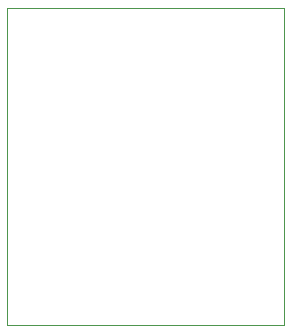
<source format=gbr>
%TF.GenerationSoftware,KiCad,Pcbnew,9.0.6-rc1*%
%TF.CreationDate,2025-12-21T23:59:12+01:00*%
%TF.ProjectId,PCB_PAPI,5043425f-5041-4504-992e-6b696361645f,rev?*%
%TF.SameCoordinates,Original*%
%TF.FileFunction,Profile,NP*%
%FSLAX46Y46*%
G04 Gerber Fmt 4.6, Leading zero omitted, Abs format (unit mm)*
G04 Created by KiCad (PCBNEW 9.0.6-rc1) date 2025-12-21 23:59:12*
%MOMM*%
%LPD*%
G01*
G04 APERTURE LIST*
%TA.AperFunction,Profile*%
%ADD10C,0.050000*%
%TD*%
G04 APERTURE END LIST*
D10*
X155550000Y-61950000D02*
X179000000Y-61950000D01*
X179000000Y-88728175D01*
X155550000Y-88728175D01*
X155550000Y-61950000D01*
M02*

</source>
